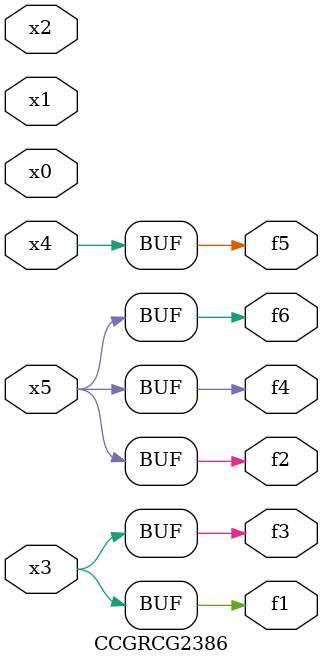
<source format=v>
module CCGRCG2386(
	input x0, x1, x2, x3, x4, x5,
	output f1, f2, f3, f4, f5, f6
);
	assign f1 = x3;
	assign f2 = x5;
	assign f3 = x3;
	assign f4 = x5;
	assign f5 = x4;
	assign f6 = x5;
endmodule

</source>
